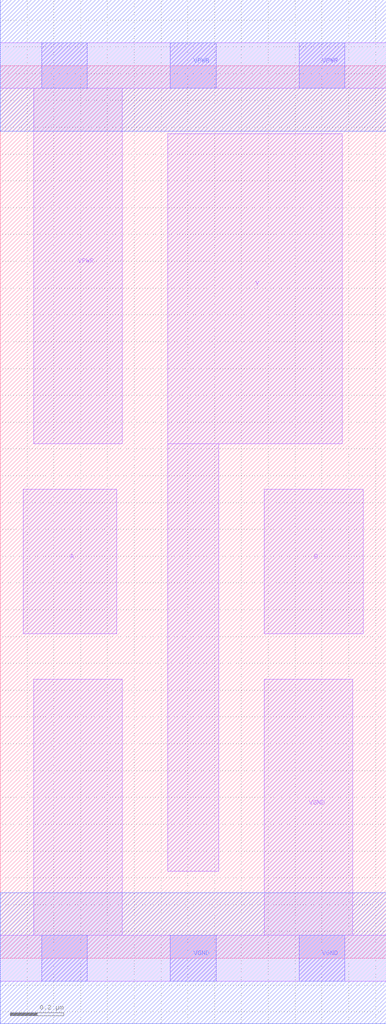
<source format=lef>
# Copyright 2020 The SkyWater PDK Authors
#
# Licensed under the Apache License, Version 2.0 (the "License");
# you may not use this file except in compliance with the License.
# You may obtain a copy of the License at
#
#     https://www.apache.org/licenses/LICENSE-2.0
#
# Unless required by applicable law or agreed to in writing, software
# distributed under the License is distributed on an "AS IS" BASIS,
# WITHOUT WARRANTIES OR CONDITIONS OF ANY KIND, either express or implied.
# See the License for the specific language governing permissions and
# limitations under the License.
#
# SPDX-License-Identifier: Apache-2.0

VERSION 5.7 ;
  NAMESCASESENSITIVE ON ;
  NOWIREEXTENSIONATPIN ON ;
  DIVIDERCHAR "/" ;
  BUSBITCHARS "[]" ;
UNITS
  DATABASE MICRONS 200 ;
END UNITS
MACRO sky130_fd_sc_lp__nor2_1
  CLASS CORE ;
  SOURCE USER ;
  FOREIGN sky130_fd_sc_lp__nor2_1 ;
  ORIGIN  0.000000  0.000000 ;
  SIZE  1.440000 BY  3.330000 ;
  SYMMETRY X Y R90 ;
  SITE unit ;
  PIN A
    ANTENNAGATEAREA  0.315000 ;
    DIRECTION INPUT ;
    USE SIGNAL ;
    PORT
      LAYER li1 ;
        RECT 0.085000 1.210000 0.435000 1.750000 ;
    END
  END A
  PIN B
    ANTENNAGATEAREA  0.315000 ;
    DIRECTION INPUT ;
    USE SIGNAL ;
    PORT
      LAYER li1 ;
        RECT 0.985000 1.210000 1.355000 1.750000 ;
    END
  END B
  PIN Y
    ANTENNADIFFAREA  0.569100 ;
    DIRECTION OUTPUT ;
    USE SIGNAL ;
    PORT
      LAYER li1 ;
        RECT 0.625000 0.325000 0.815000 1.920000 ;
        RECT 0.625000 1.920000 1.275000 3.075000 ;
    END
  END Y
  PIN VGND
    DIRECTION INOUT ;
    USE GROUND ;
    PORT
      LAYER li1 ;
        RECT 0.000000 -0.085000 1.440000 0.085000 ;
        RECT 0.125000  0.085000 0.455000 1.040000 ;
        RECT 0.985000  0.085000 1.315000 1.040000 ;
      LAYER mcon ;
        RECT 0.155000 -0.085000 0.325000 0.085000 ;
        RECT 0.635000 -0.085000 0.805000 0.085000 ;
        RECT 1.115000 -0.085000 1.285000 0.085000 ;
      LAYER met1 ;
        RECT 0.000000 -0.245000 1.440000 0.245000 ;
    END
  END VGND
  PIN VPWR
    DIRECTION INOUT ;
    USE POWER ;
    PORT
      LAYER li1 ;
        RECT 0.000000 3.245000 1.440000 3.415000 ;
        RECT 0.125000 1.920000 0.455000 3.245000 ;
      LAYER mcon ;
        RECT 0.155000 3.245000 0.325000 3.415000 ;
        RECT 0.635000 3.245000 0.805000 3.415000 ;
        RECT 1.115000 3.245000 1.285000 3.415000 ;
      LAYER met1 ;
        RECT 0.000000 3.085000 1.440000 3.575000 ;
    END
  END VPWR
END sky130_fd_sc_lp__nor2_1

</source>
